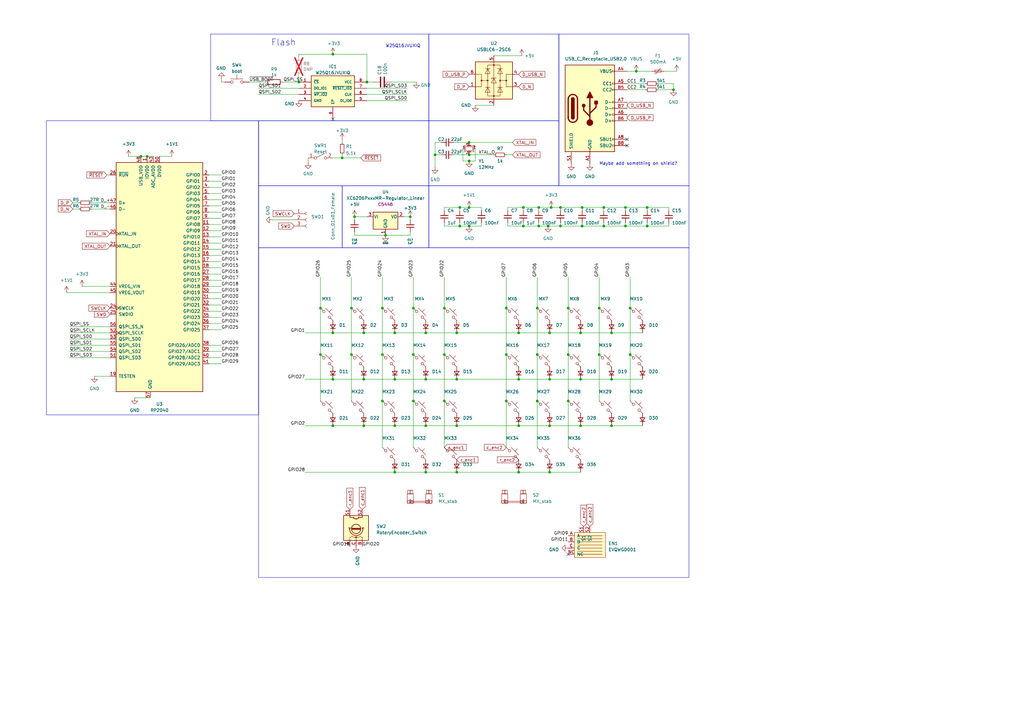
<source format=kicad_sch>
(kicad_sch (version 20231120) (generator "eeschema") (generator_version "8.0")
  (paper "A3")
  (title_block (title "RP2040 - Design Guide") (date "2021-12-07") (rev "0.1") (company "Sleepdealer"))
  (junction (at 169.545 164.465))
  (junction (at 192.405 66.04))
  (junction (at 192.405 63.5))
  (junction (at 60.325 64.135))
  (junction (at 174.625 174.625))
  (junction (at 224.79 92.71))
  (junction (at 149.225 136.525))
  (junction (at 220.98 92.71))
  (junction (at 187.325 193.675))
  (junction (at 238.76 92.71))
  (junction (at 144.145 126.365))
  (junction (at 238.76 85.09))
  (junction (at 247.65 92.71))
  (junction (at 174.625 155.575))
  (junction (at 258.445 145.415))
  (junction (at 256.54 85.09))
  (junction (at 247.65 85.09))
  (junction (at 187.325 136.525))
  (junction (at 256.54 92.71))
  (junction (at 131.445 126.365))
  (junction (at 225.425 174.625))
  (junction (at 161.925 136.525))
  (junction (at 207.645 126.365))
  (junction (at 238.125 174.625))
  (junction (at 250.825 155.575))
  (junction (at 258.445 126.365))
  (junction (at 169.545 145.415))
  (junction (at 182.245 164.465))
  (junction (at 156.845 164.465))
  (junction (at 140.335 64.77))
  (junction (at 212.725 155.575))
  (junction (at 214.63 85.09))
  (junction (at 276.225 36.83))
  (junction (at 250.825 174.625))
  (junction (at 220.345 126.365))
  (junction (at 149.225 174.625))
  (junction (at 161.925 155.575))
  (junction (at 233.045 164.465))
  (junction (at 220.98 85.09))
  (junction (at 150.495 33.655))
  (junction (at 250.825 136.525))
  (junction (at 188.595 85.09))
  (junction (at 174.625 136.525))
  (junction (at 136.525 174.625))
  (junction (at 131.445 145.415))
  (junction (at 144.145 145.415))
  (junction (at 178.435 63.5))
  (junction (at 168.275 88.9) (diameter 0.9144))
  (junction (at 226.06 85.09))
  (junction (at 225.425 136.525))
  (junction (at 182.245 126.365))
  (junction (at 260.985 29.21))
  (junction (at 136.525 22.225))
  (junction (at 214.63 92.71))
  (junction (at 156.845 145.415))
  (junction (at 233.045 145.415))
  (junction (at 169.545 126.365))
  (junction (at 136.525 136.525))
  (junction (at 229.87 85.09))
  (junction (at 225.425 193.675))
  (junction (at 182.245 145.415))
  (junction (at 220.345 145.415))
  (junction (at 238.125 155.575))
  (junction (at 57.785 64.135))
  (junction (at 229.87 92.71))
  (junction (at 187.325 155.575))
  (junction (at 161.925 174.625))
  (junction (at 220.345 164.465))
  (junction (at 161.925 193.675))
  (junction (at 265.43 92.71))
  (junction (at 156.845 126.365))
  (junction (at 188.595 92.71))
  (junction (at 212.725 136.525))
  (junction (at 158.115 96.52) (diameter 0.9144))
  (junction (at 265.43 85.09))
  (junction (at 233.045 126.365))
  (junction (at 192.405 85.09))
  (junction (at 187.325 174.625))
  (junction (at 192.405 58.42))
  (junction (at 122.555 33.655))
  (junction (at 174.625 193.675))
  (junction (at 212.725 174.625))
  (junction (at 149.225 155.575))
  (junction (at 245.745 145.415))
  (junction (at 238.125 136.525))
  (junction (at 192.405 92.71))
  (junction (at 207.645 164.465))
  (junction (at 136.525 155.575))
  (junction (at 225.425 155.575))
  (junction (at 212.725 193.675))
  (junction (at 245.745 126.365))
  (junction (at 207.645 145.415))
  (junction (at 145.415 88.9) (diameter 0.9144))
  (no_connect (at 257.175 59.69))
  (no_connect (at 257.175 57.15))
  (no_connect (at 136.525 48.895))
  (no_connect (at 233.045 227.33))
  (wire (pts (xy 220.345 113.665) (xy 220.345 126.365)))
  (wire (pts (xy 125.095 193.675) (xy 161.925 193.675)))
  (wire (pts (xy 187.325 193.675) (xy 212.725 193.675)))
  (wire (pts (xy 90.805 122.555) (xy 85.725 122.555)))
  (wire (pts (xy 92.075 33.655) (xy 90.805 33.655)))
  (wire (pts (xy 156.845 164.465) (xy 156.845 183.515)))
  (wire (pts (xy 225.425 136.525) (xy 238.125 136.525)))
  (wire (pts (xy 187.325 155.575) (xy 212.725 155.575)))
  (wire (pts (xy 233.045 164.465) (xy 233.045 183.515)))
  (wire (pts (xy 229.87 85.09) (xy 238.76 85.09)))
  (wire (pts (xy 238.76 85.09) (xy 238.76 86.36)))
  (wire (pts (xy 29.845 85.725) (xy 32.385 85.725)))
  (wire (pts (xy 85.725 120.015) (xy 90.805 120.015)))
  (wire (pts (xy 186.055 63.5) (xy 192.405 63.5)))
  (wire (pts (xy 192.405 63.5) (xy 202.565 63.5)))
  (wire (pts (xy 207.645 63.5) (xy 210.185 63.5)))
  (wire (pts (xy 214.63 91.44) (xy 214.63 92.71)))
  (wire (pts (xy 256.54 85.09) (xy 265.43 85.09)))
  (wire (pts (xy 265.43 85.09) (xy 265.43 86.36)))
  (wire (pts (xy 247.65 85.09) (xy 256.54 85.09)))
  (wire (pts (xy 238.76 85.09) (xy 247.65 85.09)))
  (wire (pts (xy 85.725 89.535) (xy 90.805 89.535)))
  (wire (pts (xy 178.435 63.5) (xy 178.435 68.58)))
  (wire (pts (xy 150.495 22.225) (xy 150.495 33.655)))
  (wire (pts (xy 272.415 29.21) (xy 277.495 29.21)))
  (wire (pts (xy 169.545 145.415) (xy 169.545 164.465)))
  (wire (pts (xy 90.805 146.685) (xy 85.725 146.685)))
  (wire (pts (xy 90.805 127.635) (xy 85.725 127.635)))
  (wire (pts (xy 140.335 64.77) (xy 147.955 64.77)))
  (wire (pts (xy 258.445 113.665) (xy 258.445 126.365)))
  (wire (pts (xy 145.415 88.9) (xy 150.495 88.9)))
  (wire (pts (xy 37.465 83.185) (xy 45.085 83.185)))
  (wire (pts (xy 245.745 126.365) (xy 245.745 145.415)))
  (wire (pts (xy 126.365 66.675) (xy 126.365 64.77)))
  (wire (pts (xy 207.645 145.415) (xy 207.645 164.465)))
  (wire (pts (xy 131.445 113.665) (xy 131.445 126.365)))
  (wire (pts (xy 169.545 126.365) (xy 169.545 145.415)))
  (wire (pts (xy 125.095 174.625) (xy 136.525 174.625)))
  (wire (pts (xy 170.815 33.655) (xy 160.655 33.655)))
  (wire (pts (xy 257.175 34.29) (xy 264.795 34.29)))
  (wire (pts (xy 225.425 174.625) (xy 238.125 174.625)))
  (wire (pts (xy 145.415 95.25) (xy 145.415 96.52)))
  (wire (pts (xy 174.625 155.575) (xy 187.325 155.575)))
  (wire (pts (xy 161.925 193.675) (xy 174.625 193.675)))
  (wire (pts (xy 250.825 155.575) (xy 263.525 155.575)))
  (wire (pts (xy 131.445 145.415) (xy 131.445 164.465)))
  (wire (pts (xy 207.645 126.365) (xy 207.645 145.415)))
  (wire (pts (xy 189.865 60.96) (xy 189.865 66.04)))
  (wire (pts (xy 189.865 66.04) (xy 192.405 66.04)))
  (wire (pts (xy 182.245 113.665) (xy 182.245 126.365)))
  (wire (pts (xy 182.245 164.465) (xy 182.245 183.515)))
  (wire (pts (xy 65.405 64.135) (xy 70.485 64.135)))
  (wire (pts (xy 140.335 57.15) (xy 140.335 58.42)))
  (wire (pts (xy 90.805 149.225) (xy 85.725 149.225)))
  (wire (pts (xy 188.595 91.44) (xy 188.595 92.71)))
  (wire (pts (xy 29.845 83.185) (xy 32.385 83.185)))
  (wire (pts (xy 233.045 145.415) (xy 233.045 164.465)))
  (wire (pts (xy 90.805 33.655) (xy 90.805 32.385)))
  (wire (pts (xy 156.845 113.665) (xy 156.845 126.365)))
  (wire (pts (xy 57.785 64.135) (xy 60.325 64.135)))
  (wire (pts (xy 52.705 64.135) (xy 57.785 64.135)))
  (wire (pts (xy 60.325 64.135) (xy 62.865 64.135)))
  (wire (pts (xy 208.28 85.09) (xy 214.63 85.09)))
  (wire (pts (xy 194.945 66.04) (xy 192.405 66.04)))
  (wire (pts (xy 194.945 60.96) (xy 194.945 66.04)))
  (wire (pts (xy 182.245 126.365) (xy 182.245 145.415)))
  (wire (pts (xy 144.145 126.365) (xy 144.145 145.415)))
  (wire (pts (xy 85.725 104.775) (xy 90.805 104.775)))
  (wire (pts (xy 125.095 136.525) (xy 136.525 136.525)))
  (wire (pts (xy 178.435 63.5) (xy 180.975 63.5)))
  (wire (pts (xy 180.975 58.42) (xy 178.435 58.42)))
  (wire (pts (xy 178.435 58.42) (xy 178.435 63.5)))
  (wire (pts (xy 269.875 34.29) (xy 276.225 34.29)))
  (wire (pts (xy 276.225 34.29) (xy 276.225 36.83)))
  (wire (pts (xy 212.725 193.675) (xy 225.425 193.675)))
  (wire (pts (xy 174.625 193.675) (xy 187.325 193.675)))
  (wire (pts (xy 150.495 36.195) (xy 167.005 36.195)))
  (wire (pts (xy 85.725 76.835) (xy 90.805 76.835)))
  (wire (pts (xy 214.63 85.09) (xy 214.63 86.36)))
  (wire (pts (xy 144.145 113.665) (xy 144.145 126.365)))
  (wire (pts (xy 55.245 163.195) (xy 61.595 163.195)))
  (wire (pts (xy 33.655 117.475) (xy 45.085 117.475)))
  (wire (pts (xy 85.725 81.915) (xy 90.805 81.915)))
  (wire (pts (xy 158.115 96.52) (xy 145.415 96.52)))
  (wire (pts (xy 122.555 38.735) (xy 106.045 38.735)))
  (wire (pts (xy 45.085 139.065) (xy 28.575 139.065)))
  (wire (pts (xy 85.725 112.395) (xy 90.805 112.395)))
  (wire (pts (xy 174.625 174.625) (xy 187.325 174.625)))
  (wire (pts (xy 153.035 33.655) (xy 150.495 33.655)))
  (wire (pts (xy 182.245 145.415) (xy 182.245 164.465)))
  (wire (pts (xy 38.735 154.305) (xy 45.085 154.305)))
  (wire (pts (xy 207.645 113.665) (xy 207.645 126.365)))
  (wire (pts (xy 229.87 92.71) (xy 238.76 92.71)))
  (wire (pts (xy 238.76 92.71) (xy 238.76 91.44)))
  (wire (pts (xy 125.095 155.575) (xy 136.525 155.575)))
  (wire (pts (xy 116.205 33.655) (xy 122.555 33.655)))
  (wire (pts (xy 233.045 113.665) (xy 233.045 126.365)))
  (wire (pts (xy 150.495 41.275) (xy 167.005 41.275)))
  (wire (pts (xy 220.345 126.365) (xy 220.345 145.415)))
  (wire (pts (xy 28.575 136.525) (xy 45.085 136.525)))
  (wire (pts (xy 247.65 85.09) (xy 247.65 86.36)))
  (wire (pts (xy 122.555 36.195) (xy 106.045 36.195)))
  (wire (pts (xy 90.805 130.175) (xy 85.725 130.175)))
  (wire (pts (xy 85.725 117.475) (xy 90.805 117.475)))
  (wire (pts (xy 45.085 141.605) (xy 28.575 141.605)))
  (wire (pts (xy 108.585 33.655) (xy 102.235 33.655)))
  (wire (pts (xy 136.525 64.77) (xy 140.335 64.77)))
  (wire (pts (xy 247.65 91.44) (xy 247.65 92.71)))
  (wire (pts (xy 149.225 174.625) (xy 161.925 174.625)))
  (wire (pts (xy 131.445 126.365) (xy 131.445 145.415)))
  (wire (pts (xy 220.98 91.44) (xy 220.98 92.71)))
  (wire (pts (xy 187.325 136.525) (xy 212.725 136.525)))
  (wire (pts (xy 85.725 102.235) (xy 90.805 102.235)))
  (wire (pts (xy 192.405 92.71) (xy 197.485 92.71)))
  (wire (pts (xy 197.485 92.71) (xy 197.485 91.44)))
  (wire (pts (xy 265.43 85.09) (xy 274.32 85.09)))
  (wire (pts (xy 274.32 85.09) (xy 274.32 86.36)))
  (wire (pts (xy 161.925 136.525) (xy 174.625 136.525)))
  (wire (pts (xy 111.76 90.17) (xy 120.65 90.17)))
  (wire (pts (xy 85.725 71.755) (xy 90.805 71.755)))
  (wire (pts (xy 90.805 141.605) (xy 85.725 141.605)))
  (wire (pts (xy 187.325 174.625) (xy 212.725 174.625)))
  (wire (pts (xy 45.085 146.685) (xy 28.575 146.685)))
  (wire (pts (xy 85.725 79.375) (xy 90.805 79.375)))
  (wire (pts (xy 140.335 63.5) (xy 140.335 64.77)))
  (wire (pts (xy 136.525 136.525) (xy 149.225 136.525)))
  (wire (pts (xy 168.275 88.9) (xy 168.275 90.17)))
  (wire (pts (xy 220.98 85.09) (xy 214.63 85.09)))
  (wire (pts (xy 225.425 193.675) (xy 238.125 193.675)))
  (wire (pts (xy 220.98 85.09) (xy 220.98 86.36)))
  (wire (pts (xy 214.63 92.71) (xy 220.98 92.71)))
  (wire (pts (xy 156.845 126.365) (xy 156.845 145.415)))
  (wire (pts (xy 229.87 92.71) (xy 229.87 91.44)))
  (wire (pts (xy 212.725 174.625) (xy 225.425 174.625)))
  (wire (pts (xy 256.54 85.09) (xy 256.54 86.36)))
  (wire (pts (xy 233.045 126.365) (xy 233.045 145.415)))
  (wire (pts (xy 229.87 85.09) (xy 229.87 86.36)))
  (wire (pts (xy 220.345 145.415) (xy 220.345 164.465)))
  (wire (pts (xy 256.54 92.71) (xy 265.43 92.71)))
  (wire (pts (xy 247.65 92.71) (xy 256.54 92.71)))
  (wire (pts (xy 265.43 92.71) (xy 265.43 91.44)))
  (wire (pts (xy 238.76 92.71) (xy 247.65 92.71)))
  (wire (pts (xy 122.555 22.225) (xy 122.555 23.495)))
  (wire (pts (xy 85.725 86.995) (xy 90.805 86.995)))
  (wire (pts (xy 257.175 41.91) (xy 257.175 44.45)))
  (wire (pts (xy 122.555 31.115) (xy 122.555 33.655)))
  (wire (pts (xy 149.225 136.525) (xy 161.925 136.525)))
  (wire (pts (xy 192.405 85.09) (xy 197.485 85.09)))
  (wire (pts (xy 197.485 85.09) (xy 197.485 86.36)))
  (wire (pts (xy 169.545 113.665) (xy 169.545 126.365)))
  (wire (pts (xy 256.54 91.44) (xy 256.54 92.71)))
  (wire (pts (xy 167.005 38.735) (xy 150.495 38.735)))
  (wire (pts (xy 161.925 155.575) (xy 174.625 155.575)))
  (wire (pts (xy 182.245 92.71) (xy 188.595 92.71)))
  (wire (pts (xy 182.245 91.44) (xy 182.245 92.71)))
  (wire (pts (xy 225.425 155.575) (xy 238.125 155.575)))
  (wire (pts (xy 188.595 85.09) (xy 188.595 86.36)))
  (wire (pts (xy 144.145 145.415) (xy 144.145 164.465)))
  (wire (pts (xy 212.725 155.575) (xy 225.425 155.575)))
  (wire (pts (xy 45.085 120.015) (xy 27.305 120.015)))
  (wire (pts (xy 208.28 91.44) (xy 208.28 92.71)))
  (wire (pts (xy 208.28 92.71) (xy 214.63 92.71)))
  (wire (pts (xy 90.805 144.145) (xy 85.725 144.145)))
  (wire (pts (xy 85.725 114.935) (xy 90.805 114.935)))
  (wire (pts (xy 168.275 95.25) (xy 168.275 96.52)))
  (wire (pts (xy 158.115 96.52) (xy 168.275 96.52)))
  (wire (pts (xy 85.725 107.315) (xy 90.805 107.315)))
  (wire (pts (xy 194.945 43.18) (xy 202.565 43.18)))
  (wire (pts (xy 207.645 164.465) (xy 207.645 183.515)))
  (wire (pts (xy 257.175 46.99) (xy 257.175 49.53)))
  (wire (pts (xy 220.98 92.71) (xy 224.79 92.71)))
  (wire (pts (xy 85.725 84.455) (xy 90.805 84.455)))
  (wire (pts (xy 45.085 144.145) (xy 28.575 144.145)))
  (wire (pts (xy 274.32 92.71) (xy 274.32 91.44)))
  (wire (pts (xy 265.43 92.71) (xy 274.32 92.71)))
  (wire (pts (xy 250.825 174.625) (xy 263.525 174.625)))
  (wire (pts (xy 257.175 29.21) (xy 260.985 29.21)))
  (wire (pts (xy 260.985 29.21) (xy 267.335 29.21)))
  (wire (pts (xy 85.725 109.855) (xy 90.805 109.855)))
  (wire (pts (xy 43.815 71.755) (xy 45.085 71.755)))
  (wire (pts (xy 136.525 155.575) (xy 149.225 155.575)))
  (wire (pts (xy 257.175 36.83) (xy 264.795 36.83)))
  (wire (pts (xy 250.825 136.525) (xy 263.525 136.525)))
  (wire (pts (xy 149.225 155.575) (xy 161.925 155.575)))
  (wire (pts (xy 156.845 145.415) (xy 156.845 164.465)))
  (wire (pts (xy 238.125 136.525) (xy 250.825 136.525)))
  (wire (pts (xy 269.875 36.83) (xy 276.225 36.83)))
  (wire (pts (xy 90.805 125.095) (xy 85.725 125.095)))
  (wire (pts (xy 145.415 88.9) (xy 145.415 90.17)))
  (wire (pts (xy 165.735 88.9) (xy 168.275 88.9)))
  (wire (pts (xy 245.745 113.665) (xy 245.745 126.365)))
  (wire (pts (xy 161.925 174.625) (xy 174.625 174.625)))
  (wire (pts (xy 220.345 164.465) (xy 220.345 183.515)))
  (wire (pts (xy 186.055 58.42) (xy 192.405 58.42)))
  (wire (pts (xy 238.125 155.575) (xy 250.825 155.575)))
  (wire (pts (xy 258.445 126.365) (xy 258.445 145.415)))
  (wire (pts (xy 212.725 136.525) (xy 225.425 136.525)))
  (wire (pts (xy 122.555 22.225) (xy 136.525 22.225)))
  (wire (pts (xy 136.525 174.625) (xy 149.225 174.625)))
  (wire (pts (xy 85.725 97.155) (xy 90.805 97.155)))
  (wire (pts (xy 188.595 92.71) (xy 192.405 92.71)))
  (wire (pts (xy 258.445 145.415) (xy 258.445 164.465)))
  (wire (pts (xy 188.595 85.09) (xy 182.245 85.09)))
  (wire (pts (xy 192.405 85.09) (xy 188.595 85.09)))
  (wire (pts (xy 182.245 85.09) (xy 182.245 86.36)))
  (wire (pts (xy 85.725 74.295) (xy 90.805 74.295)))
  (wire (pts (xy 238.125 174.625) (xy 250.825 174.625)))
  (wire (pts (xy 90.805 135.255) (xy 85.725 135.255)))
  (wire (pts (xy 208.28 86.36) (xy 208.28 85.09)))
  (wire (pts (xy 169.545 164.465) (xy 169.545 183.515)))
  (wire (pts (xy 85.725 99.695) (xy 90.805 99.695)))
  (wire (pts (xy 220.98 85.09) (xy 226.06 85.09)))
  (wire (pts (xy 226.06 85.09) (xy 229.87 85.09)))
  (wire (pts (xy 85.725 94.615) (xy 90.805 94.615)))
  (wire (pts (xy 90.805 132.715) (xy 85.725 132.715)))
  (wire (pts (xy 224.79 92.71) (xy 229.87 92.71)))
  (wire (pts (xy 37.465 85.725) (xy 45.085 85.725)))
  (wire (pts (xy 136.525 22.225) (xy 150.495 22.225)))
  (wire (pts (xy 245.745 145.415) (xy 245.745 164.465)))
  (wire (pts (xy 174.625 136.525) (xy 187.325 136.525)))
  (wire (pts (xy 192.405 58.42) (xy 210.185 58.42)))
  (wire (pts (xy 28.575 133.985) (xy 45.085 133.985)))
  (wire (pts (xy 202.565 22.86) (xy 213.995 22.86)))
  (wire (pts (xy 85.725 92.075) (xy 90.805 92.075)))
  (rectangle (start 175.895 49.53) (end 229.235 76.2))
  (rectangle (start 106.045 49.53) (end 175.895 76.2))
  (rectangle (start 86.36 13.97) (end 175.895 49.53))
  (rectangle (start 19.05 49.53) (end 106.045 170.18))
  (rectangle (start 175.895 76.2) (end 282.575 101.6))
  (rectangle (start 175.895 13.97) (end 229.235 49.53))
  (rectangle (start 229.235 13.97) (end 282.575 76.2))
  (rectangle (start 106.045 76.2) (end 140.335 101.6))
  (rectangle (start 140.335 76.2) (end 175.895 101.6))
  (rectangle (start 106.045 101.6) (end 282.575 236.855))
  (text "Flash" (at 111.125 19.05 0) (effects (font (size 2.54 2.54)) (justify left bottom)))
  (text "W25Q16JVUXIQ" (at 158.115 19.685 0) (effects (font (size 1.27 1.27)) (justify left bottom)))
  (text "Maybe add something on shield?" (at 245.745 67.945 0) (effects (font (size 1.27 1.27)) (justify left bottom)))
  (label "GPIO28" (at 90.805 146.685 0))
  (label "GPIO18" (at 90.805 117.475 0))
  (label "GPIO5" (at 90.805 84.455 0))
  (label "CC1" (at 257.175 34.29 0))
  (label "GPIO26" (at 131.445 113.665 90))
  (label "GPIO18" (at 143.51 224.155 180))
  (label "GPIO24" (at 156.845 113.665 90))
  (label "GPIO8" (at 90.805 92.075 0))
  (label "GPIO20" (at 90.805 122.555 0))
  (label "GPIO25" (at 90.805 135.255 0))
  (label "QSPI_SD1" (at 106.045 36.195 0))
  (label "QSPI_SD3" (at 28.575 146.685 0))
  (label "GPIO22" (at 182.245 113.665 90))
  (label "QSPI_SD2" (at 28.575 144.145 0))
  (label "GPIO6" (at 220.345 113.665 90))
  (label "QSPI_SD0" (at 28.575 139.065 0))
  (label "GPIO12" (at 90.805 102.235 0))
  (label "GPIO23" (at 169.545 113.665 90))
  (label "GPIO4" (at 90.805 81.915 0))
  (label "GPIO11" (at 90.805 99.695 0))
  (label "GPIO7" (at 207.645 113.665 90))
  (label "GPIO20" (at 148.59 224.155 0))
  (label "GPIO2" (at 90.805 76.835 0))
  (label "GPIO9" (at 90.805 94.615 0))
  (label "GPIO17" (at 90.805 114.935 0))
  (label "GPIO2" (at 125.095 174.625 180))
  (label "GPIO4" (at 245.745 113.665 90))
  (label "GPIO25" (at 144.145 113.665 90))
  (label "XTAL_O" (at 196.215 63.5 0))
  (label "GPIO11" (at 233.045 222.25 180))
  (label "GPIO5" (at 233.045 113.665 90))
  (label "GPIO3" (at 90.805 79.375 0))
  (label "~{USB_BOOT}" (at 102.235 33.655 0))
  (label "GPIO29" (at 90.805 149.225 0))
  (label "QSPI_SD1" (at 28.575 141.605 0))
  (label "QSPI_SCLK" (at 28.575 136.525 0))
  (label "GPIO13" (at 90.805 104.775 0))
  (label "GPIO15" (at 90.805 109.855 0))
  (label "D_-" (at 41.275 85.725 0))
  (label "GPIO21" (at 90.805 125.095 0))
  (label "GPIO28" (at 125.095 193.675 180))
  (label "QSPI_SD0" (at 167.005 41.275 180))
  (label "GPIO27" (at 125.095 155.575 180))
  (label "GPIO27" (at 90.805 144.145 0))
  (label "GPIO22" (at 90.805 127.635 0))
  (label "GPIO26" (at 90.805 141.605 0))
  (label "GPIO7" (at 90.805 89.535 0))
  (label "CC2" (at 257.175 36.83 0))
  (label "D_+" (at 41.275 83.185 0))
  (label "QSPI_SD2" (at 106.045 38.735 0))
  (label "QSPI_SD3" (at 167.005 36.195 180))
  (label "GPIO23" (at 90.805 130.175 0))
  (label "QSPI_SS" (at 28.575 133.985 0))
  (label "GPIO3" (at 258.445 113.665 90))
  (label "GPIO6" (at 90.805 86.995 0))
  (label "GPIO19" (at 90.805 120.015 0))
  (label "GPIO16" (at 90.805 112.395 0))
  (label "QSPI_SCLK" (at 167.005 38.735 180))
  (label "GPIO24" (at 90.805 132.715 0))
  (label "GPIO0" (at 90.805 71.755 0))
  (label "QSPI_SS" (at 116.205 33.655 0))
  (label "GPIO9" (at 233.045 219.71 180))
  (label "GPIO14" (at 90.805 107.315 0))
  (label "GPIO1" (at 125.095 136.525 180))
  (label "GPIO1" (at 90.805 74.295 0))
  (label "GPIO10" (at 90.805 97.155 0))
  (global_label "c_enc2" (shape input) (at 241.935 215.9 90) (property "Intersheetrefs" "${INTERSHEET_REFS}" (effects (hide yes))))
  (global_label "SWCLK" (shape input) (at 45.085 126.365 180) (property "Intersheetrefs" "${INTERSHEET_REFS}" (effects (hide yes))))
  (global_label "c_enc1" (shape input) (at 182.245 183.515 0) (property "Intersheetrefs" "${INTERSHEET_REFS}" (effects (hide yes))))
  (global_label "XTAL_IN" (shape input) (at 45.085 95.885 180) (property "Intersheetrefs" "${INTERSHEET_REFS}" (effects (hide yes))))
  (global_label "D_P" (shape input) (at 29.845 83.185 180) (property "Intersheetrefs" "${INTERSHEET_REFS}" (effects (hide yes))))
  (global_label "D_N" (shape input) (at 29.845 85.725 180) (property "Intersheetrefs" "${INTERSHEET_REFS}" (effects (hide yes))))
  (global_label "D_USB_N" (shape input) (at 212.725 30.48 0) (property "Intersheetrefs" "${INTERSHEET_REFS}" (effects (hide yes))))
  (global_label "XTAL_IN" (shape input) (at 210.185 58.42 0) (property "Intersheetrefs" "${INTERSHEET_REFS}" (effects (hide yes))))
  (global_label "XTAL_OUT" (shape input) (at 45.085 100.965 180) (property "Intersheetrefs" "${INTERSHEET_REFS}" (effects (hide yes))))
  (global_label "D_USB_P" (shape input) (at 257.175 48.26 0) (property "Intersheetrefs" "${INTERSHEET_REFS}" (effects (hide yes))))
  (global_label "XTAL_OUT" (shape input) (at 210.185 63.5 0) (property "Intersheetrefs" "${INTERSHEET_REFS}" (effects (hide yes))))
  (global_label "D_N" (shape input) (at 212.725 35.56 0) (property "Intersheetrefs" "${INTERSHEET_REFS}" (effects (hide yes))))
  (global_label "D_P" (shape input) (at 192.405 35.56 180) (property "Intersheetrefs" "${INTERSHEET_REFS}" (effects (hide yes))))
  (global_label "r_enc1" (shape input) (at 187.325 188.595 0) (property "Intersheetrefs" "${INTERSHEET_REFS}" (effects (hide yes))))
  (global_label "c_enc1" (shape input) (at 148.59 208.915 90) (property "Intersheetrefs" "${INTERSHEET_REFS}" (effects (hide yes))))
  (global_label "SWD" (shape input) (at 45.085 128.905 180) (property "Intersheetrefs" "${INTERSHEET_REFS}" (effects (hide yes))))
  (global_label "r_enc2" (shape input) (at 212.725 188.595 180) (property "Intersheetrefs" "${INTERSHEET_REFS}" (effects (hide yes))))
  (global_label "r_enc1" (shape input) (at 143.51 208.915 90) (property "Intersheetrefs" "${INTERSHEET_REFS}" (effects (hide yes))))
  (global_label "SWCLK" (shape input) (at 120.65 87.63 180) (property "Intersheetrefs" "${INTERSHEET_REFS}" (effects (hide yes))))
  (global_label "~{RESET}" (shape input) (at 147.955 64.77 0) (property "Intersheetrefs" "${INTERSHEET_REFS}" (effects (hide yes))))
  (global_label "c_enc2" (shape input) (at 207.645 183.515 180) (property "Intersheetrefs" "${INTERSHEET_REFS}" (effects (hide yes))))
  (global_label "D_USB_P" (shape input) (at 192.405 30.48 180) (property "Intersheetrefs" "${INTERSHEET_REFS}" (effects (hide yes))))
  (global_label "D_USB_N" (shape input) (at 257.175 43.18 0) (property "Intersheetrefs" "${INTERSHEET_REFS}" (effects (hide yes))))
  (global_label "r_enc2" (shape input) (at 239.395 215.9 90) (property "Intersheetrefs" "${INTERSHEET_REFS}" (effects (hide yes))))
  (global_label "SWD" (shape input) (at 120.65 92.71 180) (property "Intersheetrefs" "${INTERSHEET_REFS}" (effects (hide yes))))
  (global_label "~{RESET}" (shape input) (at 43.815 71.755 180) (property "Intersheetrefs" "${INTERSHEET_REFS}" (effects (hide yes))))
  (symbol (lib_id "Device:R_Small") (at 267.335 36.83 90) (unit 1)
    (property "Reference" "R4" (at 263.525 35.56 90))
    (property "Value" "5k1" (at 271.145 35.56 90))
    (property "Footprint" "Resistor_SMD:R_0402_1005Metric" (effects (hide yes)))
    (property "LCSC" "C25905" (effects (hide yes)))
  )
  (symbol (lib_id "Device:D_Small") (at 212.725 133.985 90) (unit 1)
    (property "Reference" "D6" (at 215.265 133.35 90) (effects (justify right)))
    (property "Value" "D_Small" (effects (hide yes)))
    (property "Footprint" "Diode_SMD:D_SOD-123F" (effects (hide yes)))
    (property "Sim.Device" "D" (effects (hide yes)))
    (property "Sim.Pins" "1=K 2=A" (effects (hide yes)))
  )
  (symbol (lib_id "power:VBUS") (at 260.985 29.21 0) (unit 1)
    (property "Reference" "#PWR08" (effects (hide yes)))
    (property "Value" "VBUS" (at 260.985 24.13 0))
  )
  (symbol (lib_id "PCM_marbastlib-mx:MX_SW_HS_CPG151101S11") (at 248.285 147.955 0) (unit 1)
    (property "Reference" "MX19" (at 248.285 141.605 0))
    (property "Value" "MX_SW_HS" (effects (hide yes)))
    (property "Footprint" "PCM_marbastlib-mx:SW_MX_HS_CPG151101S11_1u" (effects (hide yes)))
  )
  (symbol (lib_id "power:GND") (at 111.76 90.17 270) (unit 1)
    (property "Reference" "#PWR01" (effects (hide yes)))
    (property "Value" "GND" (at 109.855 86.36 0))
  )
  (symbol (lib_id "PCM_marbastlib-mx:MX_stab") (at 210.82 203.835 0) (unit 1)
    (property "Reference" "S2" (at 218.44 203.073 0) (effects (justify left)))
    (property "Value" "MX_stab" (at 218.44 205.613 0) (effects (justify left)))
    (property "Footprint" "PCM_marbastlib-mx:STAB_MX_P_2u" (effects (hide yes)))
  )
  (symbol (lib_id "Device:C_Small") (at 247.65 88.9 0) (unit 1)
    (property "Reference" "C12" (at 248.92 86.3599 0) (effects (justify left)))
    (property "Value" "100nF" (at 248.92 91.4399 0) (effects (justify left)))
    (property "Footprint" "Capacitor_SMD:C_0402_1005Metric" (effects (hide yes)))
    (property "LCSC" "C1525" (effects (hide yes)))
  )
  (symbol (lib_id "power:GND") (at 234.315 67.31 0) (unit 1)
    (property "Reference" "#PWR014" (effects (hide yes)))
    (property "Value" "GND" (at 234.315 72.39 0))
  )
  (symbol (lib_id "Device:D_Small") (at 225.425 133.985 90) (unit 1)
    (property "Reference" "D7" (at 227.965 133.35 90) (effects (justify right)))
    (property "Value" "D_Small" (effects (hide yes)))
    (property "Footprint" "Diode_SMD:D_SOD-123F" (effects (hide yes)))
    (property "Sim.Device" "D" (effects (hide yes)))
    (property "Sim.Pins" "1=K 2=A" (effects (hide yes)))
  )
  (symbol (lib_id "Device:R") (at 112.395 33.655 270) (unit 1)
    (property "Reference" "R9" (at 112.395 28.3972 90))
    (property "Value" "1k" (at 112.395 30.7086 90))
    (property "Footprint" "Resistor_SMD:R_0402_1005Metric" (effects (hide yes)))
    (property "Datasheet" "https://datasheet.lcsc.com/lcsc/2205311845_UNI-ROYAL-Uniroyal-Elec-0402WGJ0102TCE_C25543.pdf" (effects (hide yes)))
    (property "LCSC Part" "C25543" (effects (hide yes)))
    (property "LCSC" "C25543" (effects (hide yes)))
  )
  (symbol (lib_id "Sleep-lib:RP2040") (at 65.405 114.935 0) (unit 1)
    (property "Reference" "U3" (at 65.405 165.735 0))
    (property "Value" "RP2040" (at 65.405 168.275 0))
    (property "Footprint" "Sleep-Lib:RP2040-QFN-56" (effects (hide yes)))
    (property "Datasheet" "https://datasheets.raspberrypi.com/rp2040/rp2040-datasheet.pdf" (effects (hide yes)))
    (property "LCSC" "C2040" (effects (hide yes)))
  )
  (symbol (lib_id "Device:D_Small") (at 174.625 172.085 90) (unit 1)
    (property "Reference" "D24" (at 177.165 171.45 90) (effects (justify right)))
    (property "Value" "D_Small" (effects (hide yes)))
    (property "Footprint" "Diode_SMD:D_SOD-123F" (effects (hide yes)))
    (property "Sim.Device" "D" (effects (hide yes)))
    (property "Sim.Pins" "1=K 2=A" (effects (hide yes)))
  )
  (symbol (lib_id "PCM_marbastlib-mx:MX_SW_HS_CPG151101S11") (at 210.185 128.905 0) (unit 1)
    (property "Reference" "MX6" (at 210.185 122.555 0))
    (property "Value" "MX_SW_HS" (effects (hide yes)))
    (property "Footprint" "PCM_marbastlib-mx:SW_MX_HS_CPG151101S11_1u" (effects (hide yes)))
  )
  (symbol (lib_id "Device:Polyfuse_Small") (at 269.875 29.21 90) (unit 1)
    (property "Reference" "F1" (at 269.875 22.86 90))
    (property "Value" "500mA" (at 269.875 25.4 90))
    (property "Footprint" "Fuse:Fuse_1206_3216Metric" (effects (hide yes)))
    (property "LCSC" "C70076" (effects (hide yes)))
  )
  (symbol (lib_id "PCM_marbastlib-mx:MX_SW_HS_CPG151101S11") (at 146.685 147.955 0) (unit 1)
    (property "Reference" "MX12" (at 146.685 141.605 0))
    (property "Value" "MX_SW_HS" (effects (hide yes)))
    (property "Footprint" "PCM_marbastlib-mx:SW_MX_HS_CPG151101S11_1u" (effects (hide yes)))
  )
  (symbol (lib_id "power:+5V") (at 277.495 29.21 0) (unit 1)
    (property "Reference" "#PWR09" (effects (hide yes)))
    (property "Value" "+5V" (at 277.495 24.13 0))
  )
  (symbol (lib_id "Device:D_Small") (at 238.125 172.085 90) (unit 1)
    (property "Reference" "D28" (at 240.665 171.45 90) (effects (justify right)))
    (property "Value" "D_Small" (effects (hide yes)))
    (property "Footprint" "Diode_SMD:D_SOD-123F" (effects (hide yes)))
    (property "Sim.Device" "D" (effects (hide yes)))
    (property "Sim.Pins" "1=K 2=A" (effects (hide yes)))
  )
  (symbol (lib_id "Device:D_Small") (at 149.225 153.035 90) (unit 1)
    (property "Reference" "D12" (at 151.765 152.4 90) (effects (justify right)))
    (property "Value" "D_Small" (effects (hide yes)))
    (property "Footprint" "Diode_SMD:D_SOD-123F" (effects (hide yes)))
    (property "Sim.Device" "D" (effects (hide yes)))
    (property "Sim.Pins" "1=K 2=A" (effects (hide yes)))
  )
  (symbol (lib_id "PCM_marbastlib-mx:MX_SW_HS_CPG151101S11") (at 222.885 128.905 0) (unit 1)
    (property "Reference" "MX7" (at 222.885 122.555 0))
    (property "Value" "MX_SW_HS" (effects (hide yes)))
    (property "Footprint" "PCM_marbastlib-mx:SW_MX_HS_CPG151101S11_1u" (effects (hide yes)))
  )
  (symbol (lib_id "power:GND") (at 224.79 92.71 0) (unit 1)
    (property "Reference" "#PWR026" (effects (hide yes)))
    (property "Value" "GND" (at 224.79 97.79 0))
  )
  (symbol (lib_id "PCM_marbastlib-mx:MX_SW_HS_CPG151101S11") (at 235.585 128.905 0) (unit 1)
    (property "Reference" "MX8" (at 235.585 122.555 0))
    (property "Value" "MX_SW_HS" (effects (hide yes)))
    (property "Footprint" "PCM_marbastlib-mx:SW_MX_HS_CPG151101S11_1u" (effects (hide yes)))
  )
  (symbol (lib_id "Device:D_Small") (at 250.825 153.035 90) (unit 1)
    (property "Reference" "D19" (at 253.365 152.4 90) (effects (justify right)))
    (property "Value" "D_Small" (effects (hide yes)))
    (property "Footprint" "Diode_SMD:D_SOD-123F" (effects (hide yes)))
    (property "Sim.Device" "D" (effects (hide yes)))
    (property "Sim.Pins" "1=K 2=A" (effects (hide yes)))
  )
  (symbol (lib_id "Device:C_Small") (at 208.28 88.9 0) (unit 1)
    (property "Reference" "C7" (at 209.55 86.3599 0) (effects (justify left)))
    (property "Value" "10uF" (at 209.55 91.4399 0) (effects (justify left)))
    (property "Footprint" "Capacitor_SMD:C_0402_1005Metric" (effects (hide yes)))
    (property "LCSC" "C15525" (effects (hide yes)))
  )
  (symbol (lib_id "PCM_marbastlib-mx:MX_SW_HS_CPG151101S11") (at 172.085 128.905 0) (unit 1)
    (property "Reference" "MX4" (at 172.085 122.555 0))
    (property "Value" "MX_SW_HS" (effects (hide yes)))
    (property "Footprint" "PCM_marbastlib-mx:SW_MX_HS_CPG151101S11_1u" (effects (hide yes)))
  )
  (symbol (lib_id "power:+3V3") (at 136.525 22.225 0) (unit 1)
    (property "Reference" "#PWR033" (effects (hide yes)))
    (property "Value" "+3V3" (at 136.906 17.8308 0))
  )
  (symbol (lib_id "Device:C") (at 156.845 33.655 90) (unit 1)
    (property "Reference" "C18" (at 155.6766 30.734 0) (effects (justify left)))
    (property "Value" "100n" (at 157.988 30.734 0) (effects (justify left)))
    (property "Footprint" "Capacitor_SMD:C_0402_1005Metric" (effects (hide yes)))
    (property "LCSC" "C1525" (effects (hide yes)))
  )
  (symbol (lib_id "power:GND") (at 192.405 66.04 0) (unit 1)
    (property "Reference" "#PWR013" (effects (hide yes)))
    (property "Value" "GND" (at 192.405 71.12 0))
  )
  (symbol (lib_id "PCM_marbastlib-mx:MX_SW_HS_CPG151101S11") (at 260.985 167.005 0) (unit 1)
    (property "Reference" "MX30" (at 260.985 160.655 0))
    (property "Value" "MX_SW_HS" (effects (hide yes)))
    (property "Footprint" "PCM_marbastlib-mx:SW_MX_HS_CPG151101S11_1u" (effects (hide yes)))
  )
  (symbol (lib_id "power:GND") (at 126.365 66.675 0) (unit 1)
    (property "Reference" "#PWR07" (effects (hide yes)))
    (property "Value" "GND" (at 126.365 71.2375 0))
  )
  (symbol (lib_id "Device:D_Small") (at 225.425 153.035 90) (unit 1)
    (property "Reference" "D17" (at 227.965 152.4 90) (effects (justify right)))
    (property "Value" "D_Small" (effects (hide yes)))
    (property "Footprint" "Diode_SMD:D_SOD-123F" (effects (hide yes)))
    (property "Sim.Device" "D" (effects (hide yes)))
    (property "Sim.Pins" "1=K 2=A" (effects (hide yes)))
  )
  (symbol (lib_id "Device:C_Small") (at 274.32 88.9 0) (unit 1)
    (property "Reference" "C15" (at 275.59 86.3599 0) (effects (justify left)))
    (property "Value" "100nF" (at 275.59 91.4399 0) (effects (justify left)))
    (property "Footprint" "Capacitor_SMD:C_0402_1005Metric" (effects (hide yes)))
    (property "LCSC" "C1525" (effects (hide yes)))
  )
  (symbol (lib_id "power:GND") (at 55.245 163.195 0) (unit 1)
    (property "Reference" "#PWR032" (effects (hide yes)))
    (property "Value" "GND" (at 55.245 168.275 0))
  )
  (symbol (lib_id "Device:D_Small") (at 187.325 172.085 90) (unit 1)
    (property "Reference" "D25" (at 189.865 171.45 90) (effects (justify right)))
    (property "Value" "D_Small" (effects (hide yes)))
    (property "Footprint" "Diode_SMD:D_SOD-123F" (effects (hide yes)))
    (property "Sim.Device" "D" (effects (hide yes)))
    (property "Sim.Pins" "1=K 2=A" (effects (hide yes)))
  )
  (symbol (lib_id "Device:D_Small") (at 212.725 172.085 90) (unit 1)
    (property "Reference" "D26" (at 215.265 171.45 90) (effects (justify right)))
    (property "Value" "D_Small" (effects (hide yes)))
    (property "Footprint" "Diode_SMD:D_SOD-123F" (effects (hide yes)))
    (property "Sim.Device" "D" (effects (hide yes)))
    (property "Sim.Pins" "1=K 2=A" (effects (hide yes)))
  )
  (symbol (lib_id "Device:C_Small") (at 182.245 88.9 0) (unit 1)
    (property "Reference" "C4" (at 183.515 86.3599 0) (effects (justify left)))
    (property "Value" "1uF" (at 183.515 91.4399 0) (effects (justify left)))
    (property "Footprint" "Capacitor_SMD:C_0402_1005Metric" (effects (hide yes)))
    (property "LCSC" "C52923" (effects (hide yes)))
  )
  (symbol (lib_id "Device:R_Small") (at 140.335 60.96 0) (unit 1)
    (property "Reference" "R1" (at 141.8336 60.0515 0) (effects (justify left)))
    (property "Value" "5.1k" (at 141.8336 62.8266 0) (effects (justify left)))
    (property "Footprint" "Resistor_SMD:R_0402_1005Metric" (effects (hide yes)))
  )
  (symbol (lib_id "power:+3V3") (at 33.655 117.475 0) (unit 1)
    (property "Reference" "#PWR017" (effects (hide yes)))
    (property "Value" "+3V3" (at 33.655 112.395 0))
  )
  (symbol (lib_id "power:GND") (at 158.115 96.52 0) (unit 1)
    (property "Reference" "#PWR027" (effects (hide yes)))
    (property "Value" "GND" (at 158.115 99.695 0) (effects (font (size 0.762 0.762))))
  )
  (symbol (lib_id "PCM_marbastlib-mx:MX_SW_HS_CPG151101S11") (at 184.785 186.055 0) (unit 1)
    (property "Reference" "MX33" (at 184.785 179.705 0))
    (property "Value" "MX_SW_HS" (effects (hide yes)))
    (property "Footprint" "PCM_marbastlib-mx:SW_MX_HS_CPG151101S11_1u" (effects (hide yes)))
  )
  (symbol (lib_id "PCM_marbastlib-mx:MX_SW_HS_CPG151101S11") (at 159.385 147.955 0) (unit 1)
    (property "Reference" "MX13" (at 159.385 141.605 0))
    (property "Value" "MX_SW_HS" (effects (hide yes)))
    (property "Footprint" "PCM_marbastlib-mx:SW_MX_HS_CPG151101S11_1u" (effects (hide yes)))
  )
  (symbol (lib_id "PCM_marbastlib-mx:MX_SW_HS_CPG151101S11") (at 248.285 128.905 0) (unit 1)
    (property "Reference" "MX9" (at 248.285 122.555 0))
    (property "Value" "MX_SW_HS" (effects (hide yes)))
    (property "Footprint" "PCM_marbastlib-mx:SW_MX_HS_CPG151101S11_1u" (effects (hide yes)))
  )
  (symbol (lib_id "Device:C_Small") (at 183.515 63.5 90) (unit 1)
    (property "Reference" "C3" (at 180.975 62.23 90))
    (property "Value" "22pF" (at 187.325 62.23 90))
    (property "Footprint" "Capacitor_SMD:C_0402_1005Metric" (effects (hide yes)))
    (property "LCSC" "C1555" (effects (hide yes)))
  )
  (symbol (lib_id "Power_Protection:USBLC6-2SC6") (at 202.565 33.02 0) (unit 1)
    (property "Reference" "U2" (at 202.565 17.78 0))
    (property "Value" "USBLC6-2SC6" (at 202.565 20.32 0))
    (property "Footprint" "Package_TO_SOT_SMD:SOT-23-6" (effects (hide yes)))
    (property "Datasheet" "https://www.st.com/resource/en/datasheet/usblc6-2.pdf" (effects (hide yes)))
    (property "LCSC" "C2827654" (effects (hide yes)))
  )
  (symbol (lib_id "Device:D_Small") (at 174.625 133.985 90) (unit 1)
    (property "Reference" "D4" (at 177.165 133.35 90) (effects (justify right)))
    (property "Value" "D_Small" (effects (hide yes)))
    (property "Footprint" "Diode_SMD:D_SOD-123F" (effects (hide yes)))
    (property "Sim.Device" "D" (effects (hide yes)))
    (property "Sim.Pins" "1=K 2=A" (effects (hide yes)))
  )
  (symbol (lib_id "Device:C_Small") (at 168.275 92.71 180) (unit 1)
    (property "Reference" "C17" (at 168.275 98.425 0) (effects (font (size 0.762 0.762))))
    (property "Value" "1uF" (at 168.275 99.695 0) (effects (font (size 0.762 0.762))))
    (property "Footprint" "Capacitor_SMD:C_0402_1005Metric" (effects (hide yes)))
    (property "LCSC" "C52923" (effects (hide yes)))
  )
  (symbol (lib_id "Device:D_Small") (at 238.125 153.035 90) (unit 1)
    (property "Reference" "D18" (at 240.665 152.4 90) (effects (justify right)))
    (property "Value" "D_Small" (effects (hide yes)))
    (property "Footprint" "Diode_SMD:D_SOD-123F" (effects (hide yes)))
    (property "Sim.Device" "D" (effects (hide yes)))
    (property "Sim.Pins" "1=K 2=A" (effects (hide yes)))
  )
  (symbol (lib_id "Device:D_Small") (at 161.925 191.135 90) (unit 1)
    (property "Reference" "D31" (at 164.465 190.5 90) (effects (justify right)))
    (property "Value" "D_Small" (effects (hide yes)))
    (property "Footprint" "Diode_SMD:D_SOD-123F" (effects (hide yes)))
    (property "Sim.Device" "D" (effects (hide yes)))
    (property "Sim.Pins" "1=K 2=A" (effects (hide yes)))
  )
  (symbol (lib_id "power:+3V3") (at 226.06 85.09 0) (unit 1)
    (property "Reference" "#PWR020" (effects (hide yes)))
    (property "Value" "+3V3" (at 226.06 80.01 0))
  )
  (symbol (lib_id "power:GND") (at 178.435 68.58 0) (unit 1)
    (property "Reference" "#PWR016" (effects (hide yes)))
    (property "Value" "GND" (at 178.435 73.66 0))
  )
  (symbol (lib_id "Device:D_Small") (at 174.625 153.035 90) (unit 1)
    (property "Reference" "D14" (at 177.165 152.4 90) (effects (justify right)))
    (property "Value" "D_Small" (effects (hide yes)))
    (property "Footprint" "Diode_SMD:D_SOD-123F" (effects (hide yes)))
    (property "Sim.Device" "D" (effects (hide yes)))
    (property "Sim.Pins" "1=K 2=A" (effects (hide yes)))
  )
  (symbol (lib_id "PCM_marbastlib-mx:MX_SW_HS_CPG151101S11") (at 184.785 147.955 0) (unit 1)
    (property "Reference" "MX15" (at 184.785 141.605 0))
    (property "Value" "MX_SW_HS" (effects (hide yes)))
    (property "Footprint" "PCM_marbastlib-mx:SW_MX_HS_CPG151101S11_1u" (effects (hide yes)))
  )
  (symbol (lib_id "Device:C_Small") (at 265.43 88.9 0) (unit 1)
    (property "Reference" "C14" (at 266.7 86.3599 0) (effects (justify left)))
    (property "Value" "100nF" (at 266.7 91.4399 0) (effects (justify left)))
    (property "Footprint" "Capacitor_SMD:C_0402_1005Metric" (effects (hide yes)))
    (property "LCSC" "C1525" (effects (hide yes)))
  )
  (symbol (lib_id "power:+1V1") (at 27.305 120.015 0) (unit 1)
    (property "Reference" "#PWR018" (effects (hide yes)))
    (property "Value" "+1V1" (at 27.305 114.935 0))
  )
  (symbol (lib_id "PCM_marbastlib-mx:MX_SW_HS_CPG151101S11") (at 248.285 167.005 0) (unit 1)
    (property "Reference" "MX29" (at 248.285 160.655 0))
    (property "Value" "MX_SW_HS" (effects (hide yes)))
    (property "Footprint" "PCM_marbastlib-mx:SW_MX_HS_CPG151101S11_1u" (effects (hide yes)))
  )
  (symbol (lib_id "Device:D_Small") (at 136.525 153.035 90) (unit 1)
    (property "Reference" "D11" (at 139.065 152.4 90) (effects (justify right)))
    (property "Value" "D_Small" (effects (hide yes)))
    (property "Footprint" "Diode_SMD:D_SOD-123F" (effects (hide yes)))
    (property "Sim.Device" "D" (effects (hide yes)))
    (property "Sim.Pins" "1=K 2=A" (effects (hide yes)))
  )
  (symbol (lib_id "Device:C_Small") (at 214.63 88.9 0) (unit 1)
    (property "Reference" "C8" (at 215.9 86.3599 0) (effects (justify left)))
    (property "Value" "1uF" (at 215.9 91.4399 0) (effects (justify left)))
    (property "Footprint" "Capacitor_SMD:C_0402_1005Metric" (effects (hide yes)))
    (property "LCSC" "C52923" (effects (hide yes)))
  )
  (symbol (lib_id "power:+5V") (at 145.415 88.9 0) (unit 1)
    (property "Reference" "#PWR023" (effects (hide yes)))
    (property "Value" "+5V" (at 145.415 83.82 0))
  )
  (symbol (lib_id "Device:D_Small") (at 263.525 153.035 90) (unit 1)
    (property "Reference" "D20" (at 266.065 152.4 90) (effects (justify right)))
    (property "Value" "D_Small" (effects (hide yes)))
    (property "Footprint" "Diode_SMD:D_SOD-123F" (effects (hide yes)))
    (property "Sim.Device" "D" (effects (hide yes)))
    (property "Sim.Pins" "1=K 2=A" (effects (hide yes)))
  )
  (symbol (lib_id "W25Q16JVUXIQ:W25Q16JVUXIQ") (at 108.585 33.655 0) (unit 1)
    (property "Reference" "IC1" (at 136.525 27.305 0))
    (property "Value" "W25Q16JVUXIQ" (at 136.525 29.845 0))
    (property "Footprint" "W25Q16JVUXIQ:SON50P300X200X60-9N" (effects (hide yes)))
    (property "Datasheet" "https://datasheet.lcsc.com/lcsc/2205122030_Winbond-Elec-W25Q16JVUXIQ_C2843335.pdf" (effects (hide yes)))
    (property "MANUFACTURER_NAME" "Winbond" (effects (hide yes)))
    (property "HEIGHT" "0.6mm" (effects (hide yes)))
    (property "DESCRIPTION" "SPIFLASH, 3V, 16M-BIT, 4KB UNIFO" (effects (hide yes)))
    (property "MANUFACTURER_PART_NUMBER" "W25Q16JVUXIQ" (effects (hide yes)))
    (property "LCSC Part" "C2843335" (effects (hide yes)))
    (property "LCSC" "C2843335" (effects (hide yes)))
  )
  (symbol (lib_id "power:+3V3") (at 140.335 57.15 0) (unit 1)
    (property "Reference" "#PWR02" (effects (hide yes)))
    (property "Value" "+3V3" (at 140.335 53.5455 0))
  )
  (symbol (lib_id "Device:D_Small") (at 250.825 172.085 90) (unit 1)
    (property "Reference" "D29" (at 253.365 171.45 90) (effects (justify right)))
    (property "Value" "D_Small" (effects (hide yes)))
    (property "Footprint" "Diode_SMD:D_SOD-123F" (effects (hide yes)))
    (property "Sim.Device" "D" (effects (hide yes)))
    (property "Sim.Pins" "1=K 2=A" (effects (hide yes)))
  )
  (symbol (lib_id "Device:C_Small") (at 183.515 58.42 90) (unit 1)
    (property "Reference" "C2" (at 180.975 57.15 90))
    (property "Value" "22pF" (at 187.325 57.15 90))
    (property "Footprint" "Capacitor_SMD:C_0402_1005Metric" (effects (hide yes)))
    (property "LCSC" "C1555" (effects (hide yes)))
  )
  (symbol (lib_id "swoop:EVQWGD001") (at 241.935 222.25 0) (unit 1)
    (property "Reference" "EN1" (at 249.555 222.885 0) (effects (justify left)))
    (property "Value" "EVQWGD001" (at 249.555 225.425 0) (effects (justify left)))
    (property "Footprint" "swoop:RollerEncoder" (effects (hide yes)))
  )
  (symbol (lib_id "Device:C_Small") (at 238.76 88.9 0) (unit 1)
    (property "Reference" "C11" (at 240.03 86.3599 0) (effects (justify left)))
    (property "Value" "100nF" (at 240.03 91.4399 0) (effects (justify left)))
    (property "Footprint" "Capacitor_SMD:C_0402_1005Metric" (effects (hide yes)))
    (property "LCSC" "C1525" (effects (hide yes)))
  )
  (symbol (lib_id "Device:D_Small") (at 136.525 133.985 90) (unit 1)
    (property "Reference" "D1" (at 139.065 133.35 90) (effects (justify right)))
    (property "Value" "D_Small" (effects (hide yes)))
    (property "Footprint" "Diode_SMD:D_SOD-123F" (effects (hide yes)))
    (property "Sim.Device" "D" (effects (hide yes)))
    (property "Sim.Pins" "1=K 2=A" (effects (hide yes)))
  )
  (symbol (lib_id "Device:D_Small") (at 238.125 133.985 90) (unit 1)
    (property "Reference" "D8" (at 240.665 133.35 90) (effects (justify right)))
    (property "Value" "D_Small" (effects (hide yes)))
    (property "Footprint" "Diode_SMD:D_SOD-123F" (effects (hide yes)))
    (property "Sim.Device" "D" (effects (hide yes)))
    (property "Sim.Pins" "1=K 2=A" (effects (hide yes)))
  )
  (symbol (lib_id "PCM_marbastlib-mx:MX_SW_HS_CPG151101S11") (at 222.885 186.055 0) (unit 1)
    (property "Reference" "MX35" (at 222.885 179.705 0))
    (property "Value" "MX_SW_HS" (effects (hide yes)))
    (property "Footprint" "PCM_marbastlib-mx:SW_MX_HS_CPG151101S11_1u" (effects (hide yes)))
  )
  (symbol (lib_id "PCM_marbastlib-mx:MX_SW_HS_CPG151101S11") (at 133.985 147.955 0) (unit 1)
    (property "Reference" "MX11" (at 133.985 141.605 0))
    (property "Value" "MX_SW_HS" (effects (hide yes)))
    (property "Footprint" "PCM_marbastlib-mx:SW_MX_HS_CPG151101S11_1.25u" (effects (hide yes)))
  )
  (symbol (lib_id "PCM_marbastlib-mx:MX_SW_HS_CPG151101S11") (at 235.585 147.955 0) (unit 1)
    (property "Reference" "MX18" (at 235.585 141.605 0))
    (property "Value" "MX_SW_HS" (effects (hide yes)))
    (property "Footprint" "PCM_marbastlib-mx:SW_MX_HS_CPG151101S11_1u" (effects (hide yes)))
  )
  (symbol (lib_id "PCM_marbastlib-mx:MX_SW_HS_CPG151101S11") (at 159.385 186.055 0) (unit 1)
    (property "Reference" "MX31" (at 159.385 179.705 0))
    (property "Value" "MX_SW_HS" (effects (hide yes)))
    (property "Footprint" "PCM_marbastlib-mx:SW_MX_HS_CPG151101S11_1.25u" (effects (hide yes)))
  )
  (symbol (lib_id "PCM_marbastlib-mx:MX_SW_HS_CPG151101S11") (at 222.885 167.005 0) (unit 1)
    (property "Reference" "MX27" (at 222.885 160.655 0))
    (property "Value" "MX_SW_HS" (effects (hide yes)))
    (property "Footprint" "PCM_marbastlib-mx:SW_MX_HS_CPG151101S11_1u" (effects (hide yes)))
  )
  (symbol (lib_id "PCM_marbastlib-mx:MX_SW_HS_CPG151101S11") (at 184.785 167.005 0) (unit 1)
    (property "Reference" "MX25" (at 184.785 160.655 0))
    (property "Value" "MX_SW_HS" (effects (hide yes)))
    (property "Footprint" "PCM_marbastlib-mx:SW_MX_HS_CPG151101S11_1u" (effects (hide yes)))
  )
  (symbol (lib_id "PCM_marbastlib-mx:MX_SW_HS_CPG151101S11") (at 159.385 167.005 0) (unit 1)
    (property "Reference" "MX23" (at 159.385 160.655 0))
    (property "Value" "MX_SW_HS" (effects (hide yes)))
    (property "Footprint" "PCM_marbastlib-mx:SW_MX_HS_CPG151101S11_1u" (effects (hide yes)))
  )
  (symbol (lib_id "Device:C_Small") (at 229.87 88.9 0) (unit 1)
    (property "Reference" "C10" (at 231.14 86.3599 0) (effects (justify left)))
    (property "Value" "100nF" (at 231.14 91.4399 0) (effects (justify left)))
    (property "Footprint" "Capacitor_SMD:C_0402_1005Metric" (effects (hide yes)))
    (property "LCSC" "C1525" (effects (hide yes)))
  )
  (symbol (lib_id "PCM_marbastlib-mx:MX_SW_HS_CPG151101S11") (at 210.185 167.005 0) (unit 1)
    (property "Reference" "MX26" (at 210.185 160.655 0))
    (property "Value" "MX_SW_HS" (effects (hide yes)))
    (property "Footprint" "PCM_marbastlib-mx:SW_MX_HS_CPG151101S11_1u" (effects (hide yes)))
  )
  (symbol (lib_id "PCM_marbastlib-mx:MX_SW_HS_CPG151101S11") (at 222.885 147.955 0) (unit 1)
    (property "Reference" "MX17" (at 222.885 141.605 0))
    (property "Value" "MX_SW_HS" (effects (hide yes)))
    (property "Footprint" "PCM_marbastlib-mx:SW_MX_HS_CPG151101S11_1u" (effects (hide yes)))
  )
  (symbol (lib_id "Device:R_Small") (at 267.335 34.29 90) (unit 1)
    (property "Reference" "R3" (at 263.525 33.02 90))
    (property "Value" "5k1" (at 271.145 33.02 90))
    (property "Footprint" "Resistor_SMD:R_0402_1005Metric" (effects (hide yes)))
    (property "LCSC" "C25905" (effects (hide yes)))
  )
  (symbol (lib_id "Device:Crystal_GND24_Small") (at 192.405 60.96 90) (unit 1)
    (property "Reference" "Y1" (at 196.215 66.04 90) (effects (justify right)))
    (property "Value" "12MHz" (at 196.215 68.58 90) (effects (justify right)))
    (property "Footprint" "Crystal:Crystal_SMD_3225-4Pin_3.2x2.5mm" (effects (hide yes)))
    (property "LCSC" "C9002" (effects (hide yes)))
  )
  (symbol (lib_id "power:+3.3V") (at 168.275 88.9 0) (unit 1)
    (property "Reference" "#PWR024" (effects (hide yes)))
    (property "Value" "+3V3" (at 168.275 85.3526 0))
  )
  (symbol (lib_id "Device:D_Small") (at 187.325 153.035 90) (unit 1)
    (property "Reference" "D15" (at 189.865 152.4 90) (effects (justify right)))
    (property "Value" "D_Small" (effects (hide yes)))
    (property "Footprint" "Diode_SMD:D_SOD-123F" (effects (hide yes)))
    (property "Sim.Device" "D" (effects (hide yes)))
    (property "Sim.Pins" "1=K 2=A" (effects (hide yes)))
  )
  (symbol (lib_id "Device:C_Small") (at 256.54 88.9 0) (unit 1)
    (property "Reference" "C13" (at 257.81 86.3599 0) (effects (justify left)))
    (property "Value" "100nF" (at 257.81 91.4399 0) (effects (justify left)))
    (property "Footprint" "Capacitor_SMD:C_0402_1005Metric" (effects (hide yes)))
    (property "LCSC" "C1525" (effects (hide yes)))
  )
  (symbol (lib_id "Device:D_Small") (at 136.525 172.085 90) (unit 1)
    (property "Reference" "D21" (at 139.065 171.45 90) (effects (justify right)))
    (property "Value" "D_Small" (effects (hide yes)))
    (property "Footprint" "Diode_SMD:D_SOD-123F" (effects (hide yes)))
    (property "Sim.Device" "D" (effects (hide yes)))
    (property "Sim.Pins" "1=K 2=A" (effects (hide yes)))
  )
  (symbol (lib_id "PCM_marbastlib-mx:MX_SW_HS_CPG151101S11") (at 172.085 186.055 0) (unit 1)
    (property "Reference" "MX32" (at 172.085 179.705 0))
    (property "Value" "MX_SW_HS" (effects (hide yes)))
    (property "Footprint" "PCM_marbastlib-mx:SW_MX_HS_CPG151101S11_1u" (effects (hide yes)))
  )
  (symbol (lib_id "PCM_marbastlib-mx:MX_SW_HS_CPG151101S11") (at 133.985 128.905 0) (unit 1)
    (property "Reference" "MX1" (at 133.985 122.555 0))
    (property "Value" "MX_SW_HS" (effects (hide yes)))
    (property "Footprint" "PCM_marbastlib-mx:SW_MX_HS_CPG151101S11_1.5u" (effects (hide yes)))
  )
  (symbol (lib_id "power:GND") (at 276.225 36.83 0) (unit 1)
    (property "Reference" "#PWR010" (effects (hide yes)))
    (property "Value" "GND" (at 276.225 41.91 0))
  )
  (symbol (lib_id "Device:D_Small") (at 263.525 133.985 90) (unit 1)
    (property "Reference" "D10" (at 266.065 133.35 90) (effects (justify right)))
    (property "Value" "D_Small" (effects (hide yes)))
    (property "Footprint" "Diode_SMD:D_SOD-123F" (effects (hide yes)))
    (property "Sim.Device" "D" (effects (hide yes)))
    (property "Sim.Pins" "1=K 2=A" (effects (hide yes)))
  )
  (symbol (lib_id "kicad-keyboard-parts:XC6206PxxxMR-Regulator_Linear") (at 158.115 88.9 0) (unit 1)
    (property "Reference" "U4" (at 158.115 78.74 0))
    (property "Value" "XC6206PxxxMR-Regulator_Linear" (at 158.115 81.28 0))
    (property "Footprint" "Package_TO_SOT_SMD:SOT-23" (effects (hide yes)))
    (property "Datasheet" "https://www.torexsemi.com/file/xc6206/XC6206.pdf" (effects (hide yes)))
    (property "LCSC" "C5446" (at 158.115 83.82 0))
  )
  (symbol (lib_id "power:GND") (at 241.935 67.31 0) (unit 1)
    (property "Reference" "#PWR015" (effects (hide yes)))
    (property "Value" "GND" (at 241.935 72.39 0))
  )
  (symbol (lib_id "Device:D_Small") (at 187.325 133.985 90) (unit 1)
    (property "Reference" "D5" (at 189.865 133.35 90) (effects (justify right)))
    (property "Value" "D_Small" (effects (hide yes)))
    (property "Footprint" "Diode_SMD:D_SOD-123F" (effects (hide yes)))
    (property "Sim.Device" "D" (effects (hide yes)))
    (property "Sim.Pins" "1=K 2=A" (effects (hide yes)))
  )
  (symbol (lib_id "Device:D_Small") (at 212.725 191.135 90) (unit 1)
    (property "Reference" "D34" (at 215.265 190.5 90) (effects (justify right)))
    (property "Value" "D_Small" (effects (hide yes)))
    (property "Footprint" "Diode_SMD:D_SOD-123F" (effects (hide yes)))
    (property "Sim.Device" "D" (effects (hide yes)))
    (property "Sim.Pins" "1=K 2=A" (effects (hide yes)))
  )
  (symbol (lib_id "power:+5V") (at 213.995 22.86 0) (unit 1)
    (property "Reference" "#PWR03" (effects (hide yes)))
    (property "Value" "+5V" (at 217.17 22.86 0))
  )
  (symbol (lib_id "Device:D_Small") (at 149.225 172.085 90) (unit 1)
    (property "Reference" "D22" (at 151.765 171.45 90) (effects (justify right)))
    (property "Value" "D_Small" (effects (hide yes)))
    (property "Footprint" "Diode_SMD:D_SOD-123F" (effects (hide yes)))
    (property "Sim.Device" "D" (effects (hide yes)))
    (property "Sim.Pins" "1=K 2=A" (effects (hide yes)))
  )
  (symbol (lib_id "Connector:Conn_01x03_Female") (at 125.73 90.17 0) (unit 1)
    (property "Reference" "SWD1" (at 127.635 88.8999 0) (effects (justify left)))
    (property "Value" "Conn_01x03_Female" (at 136.525 98.425 90) (effects (justify left)))
    (property "Footprint" "Connector_PinHeader_2.54mm:PinHeader_1x03_P2.54mm_Vertical" (effects (hide yes)))
  )
  (symbol (lib_id "PCM_marbastlib-mx:MX_SW_HS_CPG151101S11") (at 146.685 167.005 0) (unit 1)
    (property "Reference" "MX22" (at 146.685 160.655 0))
    (property "Value" "MX_SW_HS" (effects (hide yes)))
    (property "Footprint" "PCM_marbastlib-mx:SW_MX_HS_CPG151101S11_1u" (effects (hide yes)))
  )
  (symbol (lib_id "Device:D_Small") (at 238.125 191.135 90) (unit 1)
    (property "Reference" "D36" (at 240.665 190.5 90) (effects (justify right)))
    (property "Value" "D_Small" (effects (hide yes)))
    (property "Footprint" "Diode_SMD:D_SOD-123F" (effects (hide yes)))
    (property "Sim.Device" "D" (effects (hide yes)))
    (property "Sim.Pins" "1=K 2=A" (effects (hide yes)))
  )
  (symbol (lib_id "Device:D_Small") (at 161.925 172.085 90) (unit 1)
    (property "Reference" "D23" (at 164.465 171.45 90) (effects (justify right)))
    (property "Value" "D_Small" (effects (hide yes)))
    (property "Footprint" "Diode_SMD:D_SOD-123F" (effects (hide yes)))
    (property "Sim.Device" "D" (effects (hide yes)))
    (property "Sim.Pins" "1=K 2=A" (effects (hide yes)))
  )
  (symbol (lib_id "Device:D_Small") (at 250.825 133.985 90) (unit 1)
    (property "Reference" "D9" (at 253.365 133.35 90) (effects (justify right)))
    (property "Value" "D_Small" (effects (hide yes)))
    (property "Footprint" "Diode_SMD:D_SOD-123F" (effects (hide yes)))
    (property "Sim.Device" "D" (effects (hide yes)))
    (property "Sim.Pins" "1=K 2=A" (effects (hide yes)))
  )
  (symbol (lib_id "Device:R_Small") (at 34.925 83.185 90) (unit 1)
    (property "Reference" "R5" (at 31.115 81.915 90))
    (property "Value" "27R" (at 38.735 81.915 90))
    (property "Footprint" "Resistor_SMD:R_0603_1608Metric" (effects (hide yes)))
    (property "LCSC" "C25190" (effects (hide yes)))
  )
  (symbol (lib_id "Device:D_Small") (at 161.925 153.035 90) (unit 1)
    (property "Reference" "D13" (at 164.465 152.4 90) (effects (justify right)))
    (property "Value" "D_Small" (effects (hide yes)))
    (property "Footprint" "Diode_SMD:D_SOD-123F" (effects (hide yes)))
    (property "Sim.Device" "D" (effects (hide yes)))
    (property "Sim.Pins" "1=K 2=A" (effects (hide yes)))
  )
  (symbol (lib_id "PCM_marbastlib-mx:MX_stab") (at 172.085 203.835 0) (unit 1)
    (property "Reference" "S1" (at 179.705 203.073 0) (effects (justify left)))
    (property "Value" "MX_stab" (at 179.705 205.613 0) (effects (justify left)))
    (property "Footprint" "PCM_marbastlib-mx:STAB_MX_P_2u" (effects (hide yes)))
  )
  (symbol (lib_id "PCM_marbastlib-mx:MX_SW_HS_CPG151101S11") (at 184.785 128.905 0) (unit 1)
    (property "Reference" "MX5" (at 184.785 122.555 0))
    (property "Value" "MX_SW_HS" (effects (hide yes)))
    (property "Footprint" "PCM_marbastlib-mx:SW_MX_HS_CPG151101S11_1u" (effects (hide yes)))
  )
  (symbol (lib_id "Device:R") (at 122.555 27.305 0) (unit 1) (on_board no) (dnp yes)
    (property "Reference" "R8" (at 124.333 26.1366 0) (effects (justify left)))
    (property "Value" "DNP" (at 124.333 28.448 0) (effects (justify left)))
    (property "Footprint" "Capacitor_SMD:C_0402_1005Metric" (effects (hide yes)))
    (property "LCSC" "C25905" (effects (hide yes)))
  )
  (symbol (lib_id "PCM_marbastlib-mx:MX_SW_HS_CPG151101S11") (at 146.685 128.905 0) (unit 1)
    (property "Reference" "MX2" (at 146.685 122.555 0))
    (property "Value" "MX_SW_HS" (effects (hide yes)))
    (property "Footprint" "PCM_marbastlib-mx:SW_MX_HS_CPG151101S11_1u" (effects (hide yes)))
  )
  (symbol (lib_id "Device:R_Small") (at 34.925 85.725 90) (unit 1)
    (property "Reference" "R6" (at 31.115 84.455 90))
    (property "Value" "27R" (at 38.735 84.455 90))
    (property "Footprint" "Resistor_SMD:R_0603_1608Metric" (effects (hide yes)))
    (property "LCSC" "C25190" (effects (hide yes)))
  )
  (symbol (lib_id "Device:D_Small") (at 263.525 172.085 90) (unit 1)
    (property "Reference" "D30" (at 266.065 171.45 90) (effects (justify right)))
    (property "Value" "D_Small" (effects (hide yes)))
    (property "Footprint" "Diode_SMD:D_SOD-123F" (effects (hide yes)))
    (property "Sim.Device" "D" (effects (hide yes)))
    (property "Sim.Pins" "1=K 2=A" (effects (hide yes)))
  )
  (symbol (lib_id "Device:D_Small") (at 212.725 153.035 90) (unit 1)
    (property "Reference" "D16" (at 215.265 152.4 90) (effects (justify right)))
    (property "Value" "D_Small" (effects (hide yes)))
    (property "Footprint" "Diode_SMD:D_SOD-123F" (effects (hide yes)))
    (property "Sim.Device" "D" (effects (hide yes)))
    (property "Sim.Pins" "1=K 2=A" (effects (hide yes)))
  )
  (symbol (lib_id "PCM_marbastlib-mx:MX_SW_HS_CPG151101S11") (at 235.585 186.055 0) (unit 1)
    (property "Reference" "MX36" (at 235.585 179.705 0))
    (property "Value" "MX_SW_HS" (effects (hide yes)))
    (property "Footprint" "PCM_marbastlib-mx:SW_MX_HS_CPG151101S11_1.25u" (effects (hide yes)))
  )
  (symbol (lib_id "Device:D_Small") (at 187.325 191.135 90) (unit 1)
    (property "Reference" "D33" (at 189.865 190.5 90) (effects (justify right)))
    (property "Value" "D_Small" (effects (hide yes)))
    (property "Footprint" "Diode_SMD:D_SOD-123F" (effects (hide yes)))
    (property "Sim.Device" "D" (effects (hide yes)))
    (property "Sim.Pins" "1=K 2=A" (effects (hide yes)))
  )
  (symbol (lib_id "Device:D_Small") (at 225.425 172.085 90) (unit 1)
    (property "Reference" "D27" (at 227.965 171.45 90) (effects (justify right)))
    (property "Value" "D_Small" (effects (hide yes)))
    (property "Footprint" "Diode_SMD:D_SOD-123F" (effects (hide yes)))
    (property "Sim.Device" "D" (effects (hide yes)))
    (property "Sim.Pins" "1=K 2=A" (effects (hide yes)))
  )
  (symbol (lib_id "power:+3V3") (at 52.705 64.135 0) (unit 1)
    (property "Reference" "#PWR05" (effects (hide yes)))
    (property "Value" "+3V3" (at 52.705 59.055 0))
  )
  (symbol (lib_id "power:GND") (at 90.805 32.385 180) (unit 1)
    (property "Reference" "#PWR034" (effects (hide yes)))
    (property "Value" "GND" (at 90.678 27.9908 0))
  )
  (symbol (lib_id "Device:D_Small") (at 225.425 191.135 90) (unit 1)
    (property "Reference" "D35" (at 227.965 190.5 90) (effects (justify right)))
    (property "Value" "D_Small" (effects (hide yes)))
    (property "Footprint" "Diode_SMD:D_SOD-123F" (effects (hide yes)))
    (property "Sim.Device" "D" (effects (hide yes)))
    (property "Sim.Pins" "1=K 2=A" (effects (hide yes)))
  )
  (symbol (lib_id "PCM_marbastlib-mx:MX_SW_HS_CPG151101S11") (at 159.385 128.905 0) (unit 1)
    (property "Reference" "MX3" (at 159.385 122.555 0))
    (property "Value" "MX_SW_HS" (effects (hide yes)))
    (property "Footprint" "PCM_marbastlib-mx:SW_MX_HS_CPG151101S11_1u" (effects (hide yes)))
  )
  (symbol (lib_id "Switch:SW_SPST") (at 131.445 64.77 0) (unit 1)
    (property "Reference" "SWR1" (at 131.445 59.69 0))
    (property "Value" "Reset" (at 131.445 62.23 0))
    (property "Footprint" "Button_Switch_SMD:SW_SPST_TL3342" (effects (hide yes)))
  )
  (symbol (lib_id "Device:C_Small") (at 188.595 88.9 0) (unit 1)
    (property "Reference" "C5" (at 189.865 86.3599 0) (effects (justify left)))
    (property "Value" "100nF" (at 189.865 91.4399 0) (effects (justify left)))
    (property "Footprint" "Capacitor_SMD:C_0402_1005Metric" (effects (hide yes)))
    (property "LCSC" "C1525" (effects (hide yes)))
  )
  (symbol (lib_id "power:GND") (at 170.815 33.655 0) (unit 1)
    (property "Reference" "#PWR035" (effects (hide yes)))
    (property "Value" "GND" (at 174.625 34.925 0))
  )
  (symbol (lib_id "PCM_marbastlib-mx:MX_SW_HS_CPG151101S11") (at 260.985 128.905 0) (unit 1)
    (property "Reference" "MX10" (at 260.985 122.555 0))
    (property "Value" "MX_SW_HS" (effects (hide yes)))
    (property "Footprint" "PCM_marbastlib-mx:SW_MX_HS_CPG151101S11_1.5u" (effects (hide yes)))
  )
  (symbol (lib_id "power:GND") (at 192.405 92.71 0) (unit 1)
    (property "Reference" "#PWR025" (effects (hide yes)))
    (property "Value" "GND" (at 192.405 97.79 0))
  )
  (symbol (lib_id "power:GND") (at 146.05 224.155 0) (unit 1)
    (property "Reference" "#PWR037" (effects (hide yes)))
    (property "Value" "GND" (at 146.685 227.965 90) (effects (justify right)))
  )
  (symbol (lib_id "PCM_marbastlib-mx:MX_SW_HS_CPG151101S11") (at 210.185 186.055 0) (unit 1)
    (property "Reference" "MX34" (at 210.185 179.705 0))
    (property "Value" "MX_SW_HS" (effects (hide yes)))
    (property "Footprint" "PCM_marbastlib-mx:SW_MX_1u" (effects (hide yes)))
  )
  (symbol (lib_id "PCM_marbastlib-mx:MX_SW_HS_CPG151101S11") (at 210.185 147.955 0) (unit 1)
    (property "Reference" "MX16" (at 210.185 141.605 0))
    (property "Value" "MX_SW_HS" (effects (hide yes)))
    (property "Footprint" "PCM_marbastlib-mx:SW_MX_HS_CPG151101S11_1u" (effects (hide yes)))
  )
  (symbol (lib_id "Connector:USB_C_Receptacle_USB2.0") (at 241.935 44.45 0) (unit 1)
    (property "Reference" "J1" (at 244.4115 21.59 0))
    (property "Value" "USB_C_Receptacle_USB2.0" (at 244.4115 24.13 0))
    (property "Footprint" "Connector_USB:USB_C_Receptacle_HRO_TYPE-C-31-M-12" (effects (hide yes)))
    (property "Datasheet" "https://www.usb.org/sites/default/files/documents/usb_type-c.zip" (effects (hide yes)))
    (property "LCSC" "C165948" (effects (hide yes)))
  )
  (symbol (lib_id "PCM_marbastlib-mx:MX_SW_HS_CPG151101S11") (at 172.085 147.955 0) (unit 1)
    (property "Reference" "MX14" (at 172.085 141.605 0))
    (property "Value" "MX_SW_HS" (effects (hide yes)))
    (property "Footprint" "PCM_marbastlib-mx:SW_MX_HS_CPG151101S11_1u" (effects (hide yes)))
  )
  (symbol (lib_id "Device:C_Small") (at 220.98 88.9 0) (unit 1)
    (property "Reference" "C9" (at 222.25 86.3599 0) (effects (justify left)))
    (property "Value" "100nF" (at 222.25 91.4399 0) (effects (justify left)))
    (property "Footprint" "Capacitor_SMD:C_0402_1005Metric" (effects (hide yes)))
    (property "LCSC" "C1525" (effects (hide yes)))
  )
  (symbol (lib_id "power:GND") (at 38.735 154.305 0) (unit 1)
    (property "Reference" "#PWR031" (effects (hide yes)))
    (property "Value" "GND" (at 38.735 159.385 0))
  )
  (symbol (lib_id "PCM_marbastlib-mx:MX_SW_HS_CPG151101S11") (at 133.985 167.005 0) (unit 1)
    (property "Reference" "MX21" (at 133.985 160.655 0))
    (property "Value" "MX_SW_HS" (effects (hide yes)))
    (property "Footprint" "PCM_marbastlib-mx:SW_MX_HS_CPG151101S11_1u" (effects (hide yes)))
  )
  (symbol (lib_id "Device:C_Small") (at 197.485 88.9 0) (unit 1)
    (property "Reference" "C6" (at 198.755 86.3599 0) (effects (justify left)))
    (property "Value" "100nF" (at 198.755 91.4399 0) (effects (justify left)))
    (property "Footprint" "Capacitor_SMD:C_0402_1005Metric" (effects (hide yes)))
    (property "LCSC" "C1525" (effects (hide yes)))
  )
  (symbol (lib_id "Switch:SW_Push") (at 97.155 33.655 0) (unit 1)
    (property "Reference" "SW4" (at 97.155 26.67 0))
    (property "Value" "boot" (at 97.155 29.21 0))
    (property "Footprint" "Button_Switch_SMD:SW_SPST_TL3342" (effects (hide yes)))
    (property "Datasheet" "https://datasheet.lcsc.com/lcsc/1811051111_ALPSALPINE-SKQGABE010_C115351.pdf" (effects (hide yes)))
    (property "LCSC Part" "C115351" (effects (hide yes)))
    (property "LCSC" "C115351" (effects (hide yes)))
  )
  (symbol (lib_id "power:GND") (at 194.945 43.18 0) (unit 1)
    (property "Reference" "#PWR012" (effects (hide yes)))
    (property "Value" "GND" (at 191.135 43.18 0))
  )
  (symbol (lib_id "Device:D_Small") (at 174.625 191.135 90) (unit 1)
    (property "Reference" "D32" (at 177.165 190.5 90) (effects (justify right)))
    (property "Value" "D_Small" (effects (hide yes)))
    (property "Footprint" "Diode_SMD:D_SOD-123F" (effects (hide yes)))
    (property "Sim.Device" "D" (effects (hide yes)))
    (property "Sim.Pins" "1=K 2=A" (effects (hide yes)))
  )
  (symbol (lib_id "Device:C_Small") (at 145.415 92.71 180) (unit 1)
    (property "Reference" "C16" (at 145.415 98.425 0) (effects (font (size 0.762 0.762))))
    (property "Value" "1uF" (at 145.415 99.695 0) (effects (font (size 0.762 0.762))))
    (property "Footprint" "Capacitor_SMD:C_0402_1005Metric" (effects (hide yes)))
    (property "LCSC" "C52923" (effects (hide yes)))
  )
  (symbol (lib_id "Device:D_Small") (at 149.225 133.985 90) (unit 1)
    (property "Reference" "D2" (at 151.765 133.35 90) (effects (justify right)))
    (property "Value" "D_Small" (effects (hide yes)))
    (property "Footprint" "Diode_SMD:D_SOD-123F" (effects (hide yes)))
    (property "Sim.Device" "D" (effects (hide yes)))
    (property "Sim.Pins" "1=K 2=A" (effects (hide yes)))
  )
  (symbol (lib_id "Device:D_Small") (at 161.925 133.985 90) (unit 1)
    (property "Reference" "D3" (at 164.465 133.35 90) (effects (justify right)))
    (property "Value" "D_Small" (effects (hide yes)))
    (property "Footprint" "Diode_SMD:D_SOD-123F" (effects (hide yes)))
    (property "Sim.Device" "D" (effects (hide yes)))
    (property "Sim.Pins" "1=K 2=A" (effects (hide yes)))
  )
  (symbol (lib_id "Device:R_Small") (at 205.105 63.5 90) (unit 1)
    (property "Reference" "R7" (at 205.105 60.96 90))
    (property "Value" "1k" (at 205.105 66.04 90))
    (property "Footprint" "Resistor_SMD:R_0402_1005Metric" (effects (hide yes)))
    (property "LCSC" "C11702" (effects (hide yes)))
  )
  (symbol (lib_id "power:GND") (at 233.045 224.79 270) (unit 1)
    (property "Reference" "#PWR040" (effects (hide yes)))
    (property "Value" "GND" (at 229.235 225.425 90) (effects (justify right)))
  )
  (symbol (lib_id "power:+1V1") (at 70.485 64.135 0) (unit 1)
    (property "Reference" "#PWR06" (effects (hide yes)))
    (property "Value" "+1V1" (at 70.485 59.055 0))
  )
  (symbol (lib_id "power:GND") (at 122.555 41.275 0) (unit 1)
    (property "Reference" "#PWR036" (effects (hide yes)))
    (property "Value" "GND" (at 118.745 42.545 0))
  )
  (symbol (lib_id "PCM_marbastlib-mx:MX_SW_HS_CPG151101S11") (at 235.585 167.005 0) (unit 1)
    (property "Reference" "MX28" (at 235.585 160.655 0))
    (property "Value" "MX_SW_HS" (effects (hide yes)))
    (property "Footprint" "PCM_marbastlib-mx:SW_MX_HS_CPG151101S11_1u" (effects (hide yes)))
  )
  (symbol (lib_id "PCM_marbastlib-mx:MX_SW_HS_CPG151101S11") (at 172.085 167.005 0) (unit 1)
    (property "Reference" "MX24" (at 172.085 160.655 0))
    (property "Value" "MX_SW_HS" (effects (hide yes)))
    (property "Footprint" "PCM_marbastlib-mx:SW_MX_HS_CPG151101S11_1u" (effects (hide yes)))
  )
  (symbol (lib_id "power:+1V1") (at 192.405 85.09 0) (unit 1)
    (property "Reference" "#PWR019" (effects (hide yes)))
    (property "Value" "+1V1" (at 192.405 80.01 0))
  )
  (symbol (lib_id "PCM_marbastlib-mx:MX_SW_HS_CPG151101S11") (at 260.985 147.955 0) (unit 1)
    (property "Reference" "MX20" (at 260.985 141.605 0))
    (property "Value" "MX_SW_HS" (effects (hide yes)))
    (property "Footprint" "PCM_marbastlib-mx:SW_MX_HS_CPG151101S11_1.25u" (effects (hide yes)))
  )
  (symbol (lib_id "Device:RotaryEncoder_Switch") (at 146.05 216.535 90) (unit 1)
    (property "Reference" "SW2" (at 154.305 215.9 90) (effects (justify right)))
    (property "Value" "RotaryEncoder_Switch" (at 154.305 218.44 90) (effects (justify right)))
    (property "Footprint" "PCM_marbastlib-various:ROT_Alps_EC11E-Switch" (effects (hide yes)))
  )
)
</source>
